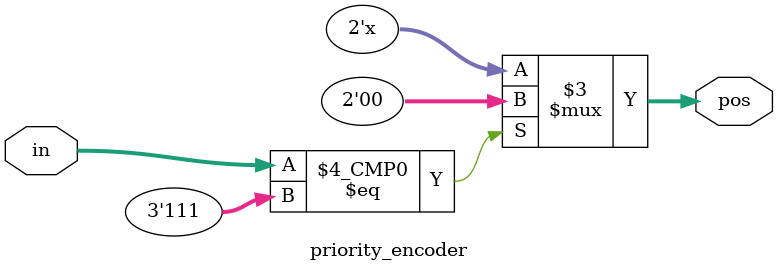
<source format=v>
module priority_encoder( 
input [2:0] in,
output reg [1:0] pos ); 
// When sel=1, assign b to out
always @(*) 
begin 
case (in) 
5'b00111: pos = 0; 
5'b01000: pos = 0; 
5'b01001: pos = 1; 
5'b01010: pos = 0; 
5'b01011: pos = 1; 
5'b01100: pos = 1; 
5'b01101: pos = 0; 
5'b01110: pos = 1; 
5'b01111: pos = 0; 
5'b10000: pos = 1; 
5'b10001: pos = 0; 
default: pos = 2'bxx; 
endcase 
end 
endmodule

</source>
